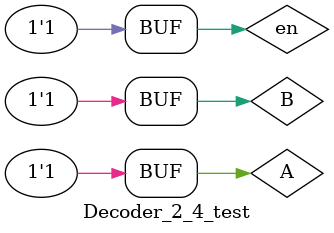
<source format=v>
`timescale 1ns / 1ps


module Decoder_2_4_test;

	// Inputs
	reg A;
	reg B;
	reg en;

	// Outputs
	wire D0;
	wire D1;
	wire D2;
	wire D3;

	// Instantiate the Unit Under Test (UUT)
	Decoder_2_4 uut (
		.D0(D0), 
		.D1(D1), 
		.D2(D2), 
		.D3(D3), 
		.A(A), 
		.B(B), 
		.en(en)
	);

	initial begin
		// Initialize Inputs
		A = 0;
		B = 0;
		en = 0;

		// Initialize Inputs
		{A, B, en} = 3'b000;
		#100;
		
		{A, B, en} = 3'b010;
		#100;
		
		{A, B, en} = 3'b100;
		#100;
		
		{A, B, en} = 3'b110;
		#100;
		
		{A, B, en} = 3'b001;
		#100;
		
		{A, B, en} = 3'b011;
		#100;
		
		{A, B, en} = 3'b101;
		#100;
		
		{A, B, en} = 3'b111;
		#100;

	end
      
endmodule


</source>
